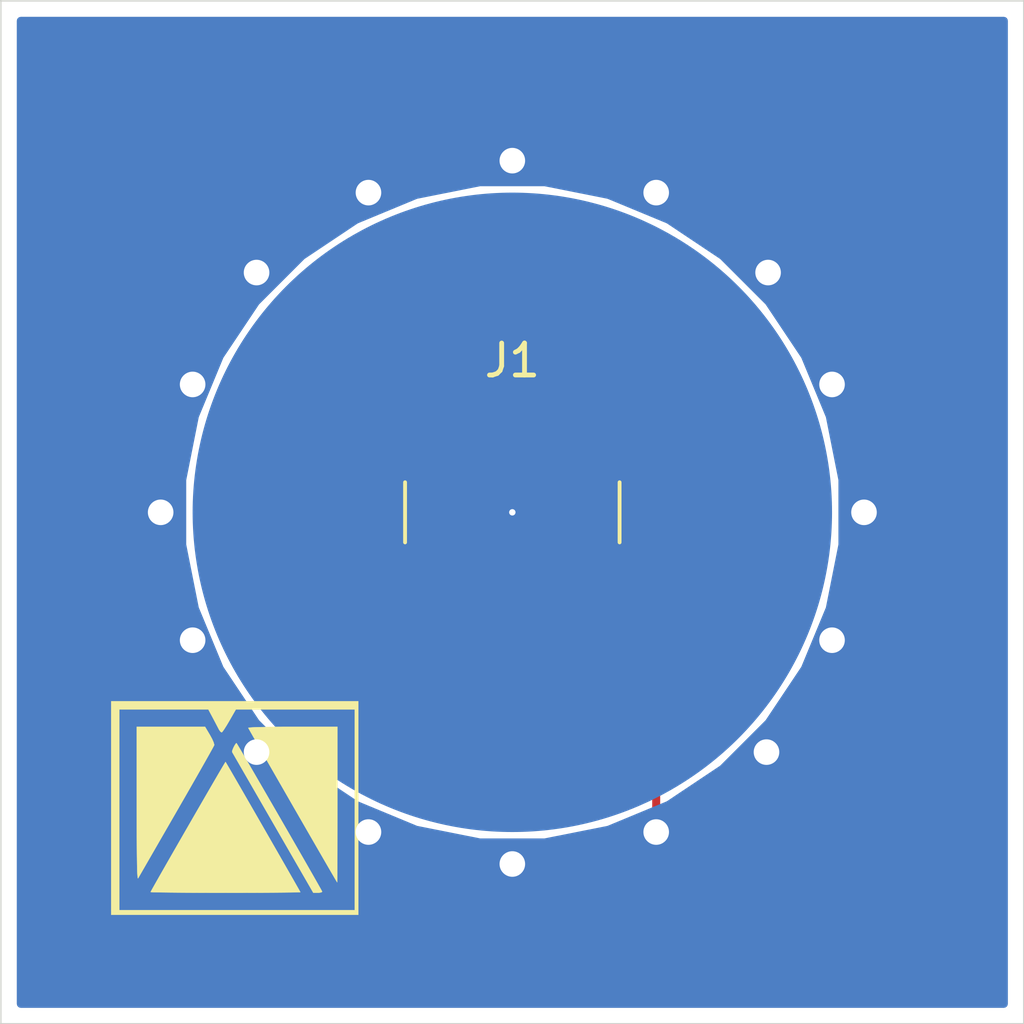
<source format=kicad_pcb>
(kicad_pcb (version 20171130) (host pcbnew "(5.1.5)-3")

  (general
    (thickness 1.6)
    (drawings 4)
    (tracks 19)
    (zones 0)
    (modules 3)
    (nets 3)
  )

  (page A4)
  (layers
    (0 F.Cu signal hide)
    (31 B.Cu signal)
    (32 B.Adhes user)
    (33 F.Adhes user)
    (34 B.Paste user)
    (35 F.Paste user)
    (36 B.SilkS user)
    (37 F.SilkS user)
    (38 B.Mask user)
    (39 F.Mask user)
    (40 Dwgs.User user)
    (41 Cmts.User user)
    (42 Eco1.User user)
    (43 Eco2.User user)
    (44 Edge.Cuts user)
    (45 Margin user)
    (46 B.CrtYd user)
    (47 F.CrtYd user)
    (48 B.Fab user)
    (49 F.Fab user)
  )

  (setup
    (last_trace_width 0.25)
    (trace_clearance 0.2)
    (zone_clearance 0)
    (zone_45_only yes)
    (trace_min 0.2)
    (via_size 0.8)
    (via_drill 0.4)
    (via_min_size 0.4)
    (via_min_drill 0.3)
    (user_via 30 1)
    (uvia_size 0.3)
    (uvia_drill 0.1)
    (uvias_allowed no)
    (uvia_min_size 0.2)
    (uvia_min_drill 0.1)
    (edge_width 0.05)
    (segment_width 0.2)
    (pcb_text_width 0.3)
    (pcb_text_size 1.5 1.5)
    (mod_edge_width 0.12)
    (mod_text_size 1 1)
    (mod_text_width 0.15)
    (pad_size 20 20)
    (pad_drill 0)
    (pad_to_mask_clearance 0.051)
    (solder_mask_min_width 0.25)
    (aux_axis_origin 0 0)
    (visible_elements FFFFF77F)
    (pcbplotparams
      (layerselection 0x010fc_ffffffff)
      (usegerberextensions false)
      (usegerberattributes false)
      (usegerberadvancedattributes false)
      (creategerberjobfile false)
      (excludeedgelayer true)
      (linewidth 0.100000)
      (plotframeref false)
      (viasonmask false)
      (mode 1)
      (useauxorigin false)
      (hpglpennumber 1)
      (hpglpenspeed 20)
      (hpglpendiameter 15.000000)
      (psnegative false)
      (psa4output false)
      (plotreference true)
      (plotvalue true)
      (plotinvisibletext false)
      (padsonsilk false)
      (subtractmaskfromsilk false)
      (outputformat 1)
      (mirror false)
      (drillshape 1)
      (scaleselection 1)
      (outputdirectory ""))
  )

  (net 0 "")
  (net 1 GND)
  (net 2 "Net-(J1-Pad1)")

  (net_class Default "Ceci est la Netclass par défaut."
    (clearance 0.2)
    (trace_width 0.25)
    (via_dia 0.8)
    (via_drill 0.4)
    (uvia_dia 0.3)
    (uvia_drill 0.1)
    (add_net GND)
    (add_net "Net-(J1-Pad1)")
  )

  (module Connector_Coaxial:SMA_Amphenol_132134-10_Vertical (layer F.Cu) (tedit 5B2F4C50) (tstamp 5E693FA1)
    (at 126 86)
    (descr https://www.amphenolrf.com/downloads/dl/file/id/4007/product/2974/132134_10_customer_drawing.pdf)
    (tags "SMA SMD Female Jack Vertical")
    (path /5E6905FA)
    (attr smd)
    (fp_text reference J1 (at 0 -4.75) (layer F.SilkS)
      (effects (font (size 1 1) (thickness 0.15)))
    )
    (fp_text value Conn_Coaxial_Power (at 0 4.75) (layer F.Fab)
      (effects (font (size 1 1) (thickness 0.15)))
    )
    (fp_circle (center 0 0) (end 3.175 0) (layer F.Fab) (width 0.1))
    (fp_circle (center 0 0) (end 2.04 0) (layer Dwgs.User) (width 0.1))
    (fp_line (start 3.355 -0.94) (end 3.355 0.94) (layer F.SilkS) (width 0.12))
    (fp_line (start -3.355 -0.94) (end -3.355 0.94) (layer F.SilkS) (width 0.12))
    (fp_line (start 3.175 -3.175) (end 3.175 3.175) (layer F.Fab) (width 0.1))
    (fp_line (start -3.175 3.175) (end 3.175 3.175) (layer F.Fab) (width 0.1))
    (fp_line (start -3.175 -3.175) (end -3.175 3.175) (layer F.Fab) (width 0.1))
    (fp_line (start -3.175 -3.175) (end 3.175 -3.175) (layer F.Fab) (width 0.1))
    (fp_line (start -4.06 -4.06) (end 4.06 -4.06) (layer F.CrtYd) (width 0.05))
    (fp_line (start -4.06 -4.06) (end -4.06 4.06) (layer F.CrtYd) (width 0.05))
    (fp_line (start 4.06 4.06) (end 4.06 -4.06) (layer F.CrtYd) (width 0.05))
    (fp_line (start 4.06 4.06) (end -4.06 4.06) (layer F.CrtYd) (width 0.05))
    (fp_text user %R (at 0 0) (layer F.Fab)
      (effects (font (size 1 1) (thickness 0.15)))
    )
    (pad 2 smd custom (at 0 -2.8 180) (size 7.11 1.51) (layers F.Cu F.Paste F.Mask)
      (net 1 GND) (zone_connect 2)
      (options (clearance outline) (anchor rect))
      (primitives
        (gr_poly (pts
           (xy -1.645 -1.595) (xy -1.5 -1.42) (xy -1.36 -1.28) (xy -1.205 -1.155) (xy -1.035 -1.045)
           (xy -0.86 -0.95) (xy -0.675 -0.875) (xy -0.48 -0.82) (xy -0.28 -0.78) (xy -0.085 -0.765)
           (xy 0 -0.765) (xy 0 0.755) (xy -3.555 0.755) (xy -3.555 -1.595)) (width 0))
        (gr_poly (pts
           (xy 1.645 -1.595) (xy 1.5 -1.42) (xy 1.36 -1.28) (xy 1.205 -1.155) (xy 1.035 -1.045)
           (xy 0.86 -0.95) (xy 0.675 -0.875) (xy 0.48 -0.82) (xy 0.28 -0.78) (xy 0.085 -0.765)
           (xy 0 -0.765) (xy 0 0.755) (xy 3.555 0.755) (xy 3.555 -1.595)) (width 0))
      ))
    (pad 2 smd custom (at 0 2.8) (size 7.11 1.51) (layers F.Cu F.Paste F.Mask)
      (net 1 GND) (zone_connect 2)
      (options (clearance outline) (anchor rect))
      (primitives
        (gr_poly (pts
           (xy -1.645 -1.595) (xy -1.5 -1.42) (xy -1.36 -1.28) (xy -1.205 -1.155) (xy -1.035 -1.045)
           (xy -0.86 -0.95) (xy -0.675 -0.875) (xy -0.48 -0.82) (xy -0.28 -0.78) (xy -0.085 -0.765)
           (xy 0 -0.765) (xy 0 0.755) (xy -3.555 0.755) (xy -3.555 -1.595)) (width 0))
        (gr_poly (pts
           (xy 1.645 -1.595) (xy 1.5 -1.42) (xy 1.36 -1.28) (xy 1.205 -1.155) (xy 1.035 -1.045)
           (xy 0.86 -0.95) (xy 0.675 -0.875) (xy 0.48 -0.82) (xy 0.28 -0.78) (xy 0.085 -0.765)
           (xy 0 -0.765) (xy 0 0.755) (xy 3.555 0.755) (xy 3.555 -1.595)) (width 0))
      ))
    (pad 1 smd circle (at 0 0 90) (size 1.73 1.73) (layers F.Cu F.Paste F.Mask)
      (net 2 "Net-(J1-Pad1)"))
    (model ${KISYS3DMOD}/Connector_Coaxial.3dshapes/SMA_Amphenol_132134-10_Vertical.wrl
      (at (xyz 0 0 0))
      (scale (xyz 1 1 1))
      (rotate (xyz 0 0 0))
    )
  )

  (module cible:karaph (layer F.Cu) (tedit 0) (tstamp 5E693D7D)
    (at 117.3 95.25)
    (fp_text reference G*** (at 0 0) (layer F.SilkS) hide
      (effects (font (size 1.524 1.524) (thickness 0.3)))
    )
    (fp_text value LOGO (at 0.75 0) (layer F.SilkS) hide
      (effects (font (size 1.524 1.524) (thickness 0.3)))
    )
    (fp_poly (pts (xy -0.759418 -2.285887) (xy -0.690743 -2.159579) (xy -0.64299 -2.050768) (xy -0.624299 -1.978709)
      (xy -0.625199 -1.968387) (xy -0.645836 -1.926612) (xy -0.699717 -1.827497) (xy -0.78374 -1.676517)
      (xy -0.894801 -1.479144) (xy -1.029797 -1.240852) (xy -1.185625 -0.967115) (xy -1.359181 -0.663406)
      (xy -1.547364 -0.335198) (xy -1.747069 0.012035) (xy -1.802861 0.108857) (xy -2.005721 0.460783)
      (xy -2.198576 0.795394) (xy -2.37825 1.107179) (xy -2.541568 1.390622) (xy -2.685351 1.64021)
      (xy -2.806426 1.85043) (xy -2.901614 2.015768) (xy -2.967741 2.130711) (xy -3.001629 2.189743)
      (xy -3.004785 2.195286) (xy -3.013373 2.192191) (xy -3.02082 2.148099) (xy -3.027189 2.059529)
      (xy -3.032543 1.923) (xy -3.036946 1.735032) (xy -3.040459 1.492144) (xy -3.043146 1.190855)
      (xy -3.045069 0.827686) (xy -3.046292 0.399154) (xy -3.046877 -0.098221) (xy -3.046896 -0.136071)
      (xy -3.048 -2.54) (xy -0.910384 -2.54) (xy -0.759418 -2.285887)) (layer F.SilkS) (width 0.01))
    (fp_poly (pts (xy 3.229429 -0.108857) (xy 3.229297 0.30383) (xy 3.228917 0.694422) (xy 3.22831 1.056987)
      (xy 3.227499 1.385596) (xy 3.226506 1.674317) (xy 3.225352 1.91722) (xy 3.224061 2.108375)
      (xy 3.222654 2.241851) (xy 3.221153 2.311717) (xy 3.220357 2.320945) (xy 3.201274 2.290068)
      (xy 3.148837 2.201091) (xy 3.065843 2.058846) (xy 2.955086 1.868161) (xy 2.819359 1.633865)
      (xy 2.661459 1.36079) (xy 2.48418 1.053764) (xy 2.290316 0.717616) (xy 2.082662 0.357177)
      (xy 1.864013 -0.022723) (xy 1.832429 -0.07763) (xy 1.612166 -0.460719) (xy 1.402459 -0.825737)
      (xy 1.206117 -1.167776) (xy 1.025951 -1.481925) (xy 0.864772 -1.763276) (xy 0.725389 -2.006918)
      (xy 0.610613 -2.207944) (xy 0.523255 -2.361442) (xy 0.466125 -2.462504) (xy 0.442034 -2.50622)
      (xy 0.441476 -2.507432) (xy 0.473688 -2.515195) (xy 0.572097 -2.52217) (xy 0.730332 -2.528208)
      (xy 0.942023 -2.53316) (xy 1.200797 -2.536875) (xy 1.500283 -2.539205) (xy 1.829405 -2.54)
      (xy 3.229429 -2.54) (xy 3.229429 -0.108857)) (layer F.SilkS) (width 0.01))
    (fp_poly (pts (xy 0.0918 -1.999713) (xy 0.144487 -1.912043) (xy 0.226358 -1.77339) (xy 0.333958 -1.58974)
      (xy 0.463832 -1.367081) (xy 0.612525 -1.111401) (xy 0.776582 -0.828687) (xy 0.952548 -0.524926)
      (xy 1.136969 -0.206107) (xy 1.326388 0.121783) (xy 1.517352 0.452758) (xy 1.706405 0.780828)
      (xy 1.890092 1.100007) (xy 2.064959 1.404307) (xy 2.22755 1.687741) (xy 2.374411 1.944321)
      (xy 2.502086 2.168059) (xy 2.607121 2.352968) (xy 2.68606 2.49306) (xy 2.73545 2.582349)
      (xy 2.751667 2.61397) (xy 2.727559 2.635688) (xy 2.652629 2.647889) (xy 2.619182 2.648857)
      (xy 2.474601 2.648857) (xy 1.213731 0.462643) (xy 1.002996 0.097233) (xy 0.802822 -0.249898)
      (xy 0.61617 -0.573612) (xy 0.446004 -0.868769) (xy 0.295285 -1.130229) (xy 0.166977 -1.352854)
      (xy 0.064041 -1.531504) (xy -0.010559 -1.661039) (xy -0.053862 -1.73632) (xy -0.063905 -1.753874)
      (xy -0.058499 -1.79935) (xy -0.028378 -1.876491) (xy 0.01313 -1.958134) (xy 0.052701 -2.017114)
      (xy 0.071752 -2.03041) (xy 0.0918 -1.999713)) (layer F.SilkS) (width 0.01))
    (fp_poly (pts (xy -0.24793 -1.40458) (xy -0.19337 -1.311508) (xy -0.110471 -1.168878) (xy -0.002919 -0.983106)
      (xy 0.125603 -0.760603) (xy 0.271409 -0.507785) (xy 0.430815 -0.231063) (xy 0.600136 0.063147)
      (xy 0.775689 0.368432) (xy 0.953787 0.67838) (xy 1.130748 0.986575) (xy 1.302885 1.286605)
      (xy 1.466515 1.572056) (xy 1.617953 1.836514) (xy 1.753514 2.073566) (xy 1.869513 2.276798)
      (xy 1.962267 2.439797) (xy 2.02809 2.556149) (xy 2.063298 2.61944) (xy 2.068286 2.629276)
      (xy 2.033008 2.632662) (xy 1.931208 2.635863) (xy 1.768935 2.638828) (xy 1.552237 2.641506)
      (xy 1.287162 2.643847) (xy 0.979761 2.6458) (xy 0.636082 2.647314) (xy 0.262173 2.648339)
      (xy -0.135916 2.648824) (xy -0.272143 2.648857) (xy -0.676911 2.648499) (xy -1.059503 2.647466)
      (xy -1.41387 2.645819) (xy -1.733964 2.64362) (xy -2.013736 2.64093) (xy -2.247137 2.63781)
      (xy -2.428117 2.634323) (xy -2.550629 2.630528) (xy -2.608623 2.626488) (xy -2.612571 2.625106)
      (xy -2.595097 2.590674) (xy -2.545122 2.500246) (xy -2.466315 2.360194) (xy -2.362348 2.176892)
      (xy -2.23689 1.956712) (xy -2.093613 1.706028) (xy -1.936185 1.431212) (xy -1.768278 1.138638)
      (xy -1.593561 0.834678) (xy -1.415706 0.525706) (xy -1.238382 0.218095) (xy -1.065259 -0.081783)
      (xy -0.900008 -0.367554) (xy -0.7463 -0.632846) (xy -0.607803 -0.871285) (xy -0.48819 -1.076498)
      (xy -0.39113 -1.242112) (xy -0.320293 -1.361755) (xy -0.279349 -1.429052) (xy -0.270467 -1.441682)
      (xy -0.24793 -1.40458)) (layer F.SilkS) (width 0.01))
    (fp_poly (pts (xy 3.882572 3.338286) (xy -3.846285 3.338286) (xy -3.846285 -3.084286) (xy -3.592286 -3.084286)
      (xy -3.592286 3.193143) (xy 3.773714 3.193143) (xy 3.773714 -3.084286) (xy 0.051833 -3.084286)
      (xy -0.149923 -2.732363) (xy -0.2341 -2.589925) (xy -0.308053 -2.472834) (xy -0.363036 -2.394447)
      (xy -0.388391 -2.368203) (xy -0.428247 -2.388235) (xy -0.474166 -2.453518) (xy -0.475972 -2.457054)
      (xy -0.517381 -2.53744) (xy -0.580663 -2.658165) (xy -0.65342 -2.7956) (xy -0.667059 -2.821214)
      (xy -0.807275 -3.084286) (xy -3.592286 -3.084286) (xy -3.846285 -3.084286) (xy -3.846285 -3.338285)
      (xy 3.882572 -3.338285) (xy 3.882572 3.338286)) (layer F.SilkS) (width 0.01))
  )

  (module cible:faraday (layer B.Cu) (tedit 5E6909BD) (tstamp 5E6938D4)
    (at 126 86)
    (fp_text reference REF** (at 0 -2.54) (layer B.SilkS) hide
      (effects (font (size 1 1) (thickness 0.15)) (justify mirror))
    )
    (fp_text value faraday (at 0 2.54) (layer B.Fab) hide
      (effects (font (size 1 1) (thickness 0.15)) (justify mirror))
    )
    (pad "" connect circle (at 0 0) (size 20 20) (layers B.Cu B.Mask)
      (net 2 "Net-(J1-Pad1)"))
  )

  (gr_line (start 142 70) (end 142 102) (layer Edge.Cuts) (width 0.05) (tstamp 5E6936F5))
  (gr_line (start 110 70) (end 142 70) (layer Edge.Cuts) (width 0.05))
  (gr_line (start 110 102) (end 142 102) (layer Edge.Cuts) (width 0.05))
  (gr_line (start 110 70) (end 110 102) (layer Edge.Cuts) (width 0.05))

  (via (at 126 86) (size 0.8) (drill 0.2) (layers F.Cu B.Cu) (net 2))
  (via (at 126 75) (size 1) (drill 0.8) (layers F.Cu B.Cu) (net 1))
  (via (at 137 86) (size 1) (drill 0.8) (layers F.Cu B.Cu) (net 1))
  (via (at 136 82) (size 1) (drill 0.8) (layers F.Cu B.Cu) (net 1))
  (via (at 134 78.5) (size 1) (drill 0.8) (layers F.Cu B.Cu) (net 1))
  (via (at 130.5 76) (size 1) (drill 0.8) (layers F.Cu B.Cu) (net 1) (tstamp 5E693A64))
  (via (at 136 90) (size 1) (drill 0.8) (layers F.Cu B.Cu) (net 1))
  (via (at 130.5 96) (size 1) (drill 0.8) (layers F.Cu B.Cu) (net 1))
  (via (at 126 97) (size 1) (drill 0.8) (layers F.Cu B.Cu) (net 1))
  (via (at 121.5 96) (size 1) (drill 0.8) (layers F.Cu B.Cu) (net 1))
  (via (at 118 93.5) (size 1) (drill 0.8) (layers F.Cu B.Cu) (net 1))
  (via (at 116 90) (size 1) (drill 0.8) (layers F.Cu B.Cu) (net 1))
  (via (at 115 86) (size 1) (drill 0.8) (layers F.Cu B.Cu) (net 1))
  (via (at 116 82) (size 1) (drill 0.8) (layers F.Cu B.Cu) (net 1))
  (via (at 118 78.5) (size 1) (drill 0.8) (layers F.Cu B.Cu) (net 1))
  (via (at 121.5 76) (size 1) (drill 0.8) (layers F.Cu B.Cu) (net 1))
  (segment (start 130.5 93.3) (end 126 88.8) (width 0.25) (layer F.Cu) (net 1))
  (segment (start 130.5 96) (end 130.5 93.3) (width 0.25) (layer F.Cu) (net 1))
  (via (at 133.95 93.5) (size 1) (drill 0.8) (layers F.Cu B.Cu) (net 1))

  (zone (net 1) (net_name GND) (layer B.Cu) (tstamp 0) (hatch edge 0.508)
    (connect_pads (clearance 0))
    (min_thickness 0.254)
    (fill yes (arc_segments 32) (thermal_gap 0.508) (thermal_bridge_width 0.508))
    (polygon
      (pts
        (xy 141.5 101.5) (xy 110.5 101.5) (xy 110.5 70.5) (xy 141.5 70.5)
      )
    )
    (filled_polygon
      (pts
        (xy 141.373 101.373) (xy 110.627 101.373) (xy 110.627 84.982879) (xy 115.673 84.982879) (xy 115.673 87.017121)
        (xy 116.069861 89.012275) (xy 116.848331 90.891669) (xy 117.978495 92.583079) (xy 119.416921 94.021505) (xy 121.108331 95.151669)
        (xy 122.987725 95.930139) (xy 124.982879 96.327) (xy 127.017121 96.327) (xy 129.012275 95.930139) (xy 130.891669 95.151669)
        (xy 132.583079 94.021505) (xy 134.021505 92.583079) (xy 135.151669 90.891669) (xy 135.930139 89.012275) (xy 136.327 87.017121)
        (xy 136.327 84.982879) (xy 135.930139 82.987725) (xy 135.151669 81.108331) (xy 134.021505 79.416921) (xy 132.583079 77.978495)
        (xy 130.891669 76.848331) (xy 129.012275 76.069861) (xy 127.017121 75.673) (xy 124.982879 75.673) (xy 122.987725 76.069861)
        (xy 121.108331 76.848331) (xy 119.416921 77.978495) (xy 117.978495 79.416921) (xy 116.848331 81.108331) (xy 116.069861 82.987725)
        (xy 115.673 84.982879) (xy 110.627 84.982879) (xy 110.627 70.627) (xy 141.373 70.627)
      )
    )
  )
  (zone (net 0) (net_name "") (layer B.Mask) (tstamp 5E693EAC) (hatch edge 0.508)
    (connect_pads (clearance 0))
    (min_thickness 0.254)
    (fill yes (arc_segments 32) (thermal_gap 0.508) (thermal_bridge_width 0.508))
    (polygon
      (pts
        (xy 141 101) (xy 111 101) (xy 111 71) (xy 141 71)
      )
    )
    (filled_polygon
      (pts
        (xy 140.873 100.873) (xy 111.127 100.873) (xy 111.127 71.127) (xy 140.873 71.127)
      )
    )
  )
)

</source>
